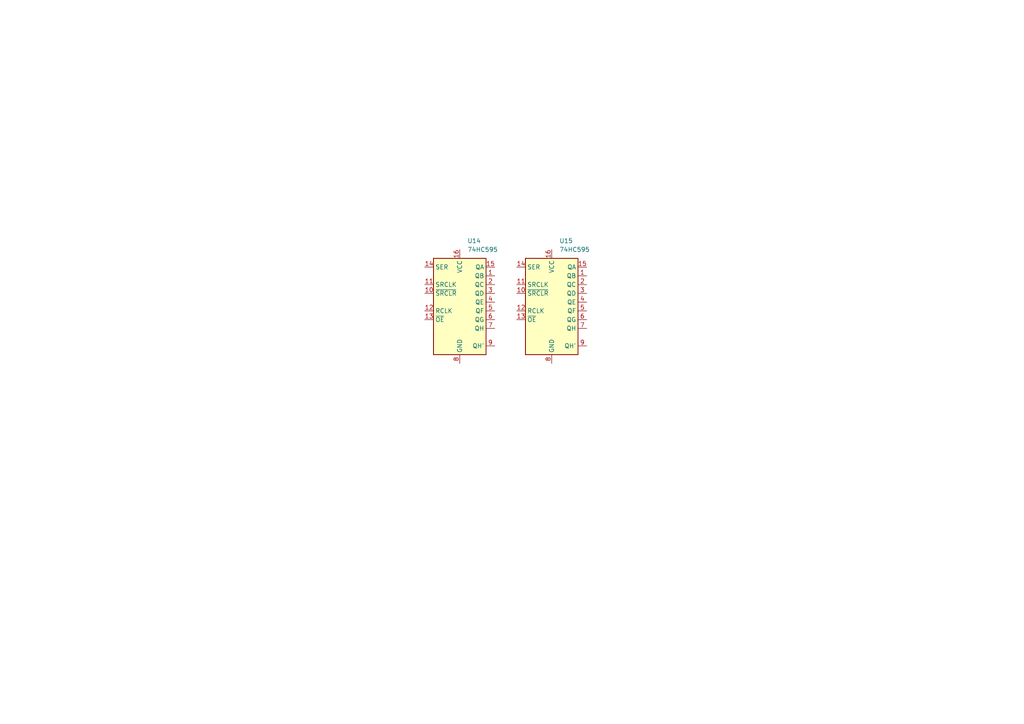
<source format=kicad_sch>
(kicad_sch (version 20231120) (generator "eeschema") (generator_version "8.0")
  (paper "A4")
  (lib_symbols
    (symbol "74xx:74HC595"
      (property "Reference" "U" (at -7.62 13.97 0))
      (property "Value" "74HC595" (at -7.62 -16.51 0))
      (symbol "74HC595_1_0"
        (pin tri_state line (at 10.16 7.62 180) (length 2.54) (name "QB") (number "1"))
        (pin input line (at -10.16 2.54 0) (length 2.54) (name "~{SRCLR}") (number "10"))
        (pin input line (at -10.16 5.08 0) (length 2.54) (name "SRCLK") (number "11"))
        (pin input line (at -10.16 -2.54 0) (length 2.54) (name "RCLK") (number "12"))
        (pin input line (at -10.16 -5.08 0) (length 2.54) (name "~{OE}") (number "13"))
        (pin input line (at -10.16 10.16 0) (length 2.54) (name "SER") (number "14"))
        (pin tri_state line (at 10.16 10.16 180) (length 2.54) (name "QA") (number "15"))
        (pin power_in line (at 0 15.24 270) (length 2.54) (name "VCC") (number "16"))
        (pin tri_state line (at 10.16 5.08 180) (length 2.54) (name "QC") (number "2"))
        (pin tri_state line (at 10.16 2.54 180) (length 2.54) (name "QD") (number "3"))
        (pin tri_state line (at 10.16 0 180) (length 2.54) (name "QE") (number "4"))
        (pin tri_state line (at 10.16 -2.54 180) (length 2.54) (name "QF") (number "5"))
        (pin tri_state line (at 10.16 -5.08 180) (length 2.54) (name "QG") (number "6"))
        (pin tri_state line (at 10.16 -7.62 180) (length 2.54) (name "QH") (number "7"))
        (pin power_in line (at 0 -17.78 90) (length 2.54) (name "GND") (number "8"))
        (pin output line (at 10.16 -12.7 180) (length 2.54) (name "QH'") (number "9"))
      )
      (symbol "74HC595_1_1"
        (rectangle (start -7.62 12.7) (end 7.62 -15.24) (stroke (width 0.254)) (fill (type background)))
      )
    )
  )
  (symbol (lib_id "74xx:74HC595") (at 133.35 87.63 0) (unit 1)
    (property "Reference" "U14" (at 135.5441 69.85 0) (effects (justify left)))
    (property "Value" "74HC595" (at 135.5441 72.39 0) (effects (justify left)))
    (property "Datasheet" "https://assets.nexperia.com/documents/data-sheet/74HC_HCT595.pdf" (effects (hide yes)))
    (property "Description" "8-bit serial in/out Shift Register 3-State Outputs" (effects (hide yes)))
    (property "Digikey" "1727-3327-2-ND" (effects (hide yes)))
  )
  (symbol (lib_id "74xx:74HC595") (at 160.02 87.63 0) (unit 1)
    (property "Reference" "U15" (at 162.2141 69.85 0) (effects (justify left)))
    (property "Value" "74HC595" (at 162.2141 72.39 0) (effects (justify left)))
    (property "Datasheet" "https://assets.nexperia.com/documents/data-sheet/74HC_HCT595.pdf" (effects (hide yes)))
    (property "Description" "8-bit serial in/out Shift Register 3-State Outputs" (effects (hide yes)))
    (property "Digikey" "1727-3327-2-ND" (effects (hide yes)))
  )
)
</source>
